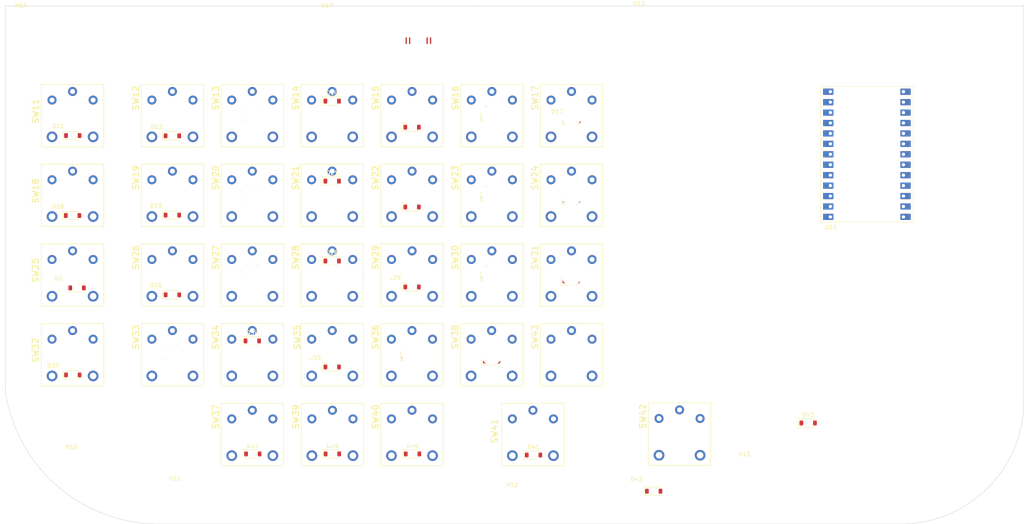
<source format=kicad_pcb>
(kicad_pcb (version 20240108) (generator "pcbnew") (generator_version "8.0")
  (layers (0 "F.Cu" signal) (31 "B.Cu" signal) (34 "B.Paste" user) (35 "F.Paste" user) (36 "B.SilkS" user "B.Silkscreen") (37 "F.SilkS" user "F.Silkscreen") (38 "B.Mask" user) (39 "F.Mask" user) (44 "Edge.Cuts" user))
  (net 0 "")
  (net 1 "/ROW_0")
  (net 2 "Net-(D11-A)")
  (net 3 "Net-(D12-A)")
  (net 4 "/ROW_1")
  (net 5 "Net-(D13-A)")
  (net 6 "Net-(D14-A)")
  (net 7 "Net-(D15-A)")
  (net 8 "Net-(D16-A)")
  (net 9 "Net-(D17-A)")
  (net 10 "Net-(D18-A)")
  (net 11 "/ROW_2")
  (net 12 "Net-(D19-A)")
  (net 13 "Net-(D20-A)")
  (net 14 "Net-(D21-A)")
  (net 15 "Net-(D22-A)")
  (net 16 "Net-(D23-A)")
  (net 17 "Net-(D24-A)")
  (net 18 "/ROW_3")
  (net 19 "Net-(D25-A)")
  (net 20 "/ROW_4")
  (net 21 "Net-(D26-A)")
  (net 22 "Net-(D27-A)")
  (net 23 "Net-(D28-A)")
  (net 24 "Net-(D29-A)")
  (net 25 "/COL_0")
  (net 26 "/COL_1")
  (net 27 "/COL_2")
  (net 28 "/COL_3")
  (net 29 "/COL_4")
  (net 30 "/COL_5")
  (net 31 "/ROW_5")
  (net 32 "GND")
  (net 33 "/COL_9")
  (net 34 "/COL_6")
  (net 35 "/COL_8")
  (net 36 "/COL_11")
  (net 37 "/COL_10")
  (net 38 "/COL_7")
  (net 39 "Net-(D30-A)")
  (net 40 "Net-(D31-A)")
  (net 41 "Net-(D32-A)")
  (net 42 "Net-(D33-A)")
  (net 43 "Net-(D34-A)")
  (net 44 "Net-(D35-A)")
  (net 45 "Net-(D36-A)")
  (net 46 "Net-(D37-A)")
  (net 47 "Net-(D38-A)")
  (net 48 "Net-(D39-A)")
  (net 49 "Net-(D40-A)")
  (net 50 "Net-(D41-A)")
  (net 51 "Net-(D42-A)")
  (net 52 "Net-(D43-A)")
  (net 53 "Net-(SW17-Pad1)")
  (footprint "Diode_SMD:D_SOD-123" (layer "F.Cu") (at 92.199639 134.986138)
    (property "Reference" "D20")
    (property "Value" "1N4148W")
  )
  (footprint "Kailh Keyboard Switches:SW_Kailh_Choc_V1V2_1.00u" (layer "F.Cu") (at 72.756679 115.4)
    (property "Reference" "SW12")
    (property "Value" "SW_Push")
  )
  (footprint "Kailh Keyboard Switches:SW_Kailh_Choc_V1V2_1.00u" (layer "F.Cu") (at 150.506642 154.2)
    (property "Reference" "SW30")
    (property "Value" "SW_Push")
  )
  (footprint "Diode_SMD:D_SOD-123" (layer "F.Cu") (at 72.756679 173.848321)
    (property "Reference" "D33")
    (property "Value" "1N4148W")
  )
  (footprint "Diode_SMD:D_SOD-123" (layer "F.Cu") (at 169.8 155.6)
    (property "Reference" "D31")
    (property "Value" "1N4148W")
  )
  (footprint "Diode_SMD:D_SOD-123" (layer "F.Cu") (at 111.643321 150.765321)
    (property "Reference" "D28")
    (property "Value" "1N4148W")
  )
  (footprint "Diode_SMD:D_SOD-123" (layer "F.Cu") (at 92.2 154.387)
    (property "Reference" "D27")
    (property "Value" "1N4148W")
  )
  (footprint "Diode_SMD:D_SOD-123" (layer "F.Cu") (at 111.643321 131.326)
    (property "Reference" "D21")
    (property "Value" "1N4148W")
  )
  (footprint "MountingHole:MountingHole_2.7mm_M2.5" (layer "F.Cu") (at 73.3 207.4)
    (property "Reference" "H11")
    (property "Value" "MountingHole")
  )
  (footprint "Diode_SMD:D_SOD-123" (layer "F.Cu") (at 131.093321 118.202679)
    (property "Reference" "D15")
    (property "Value" "1N4148W")
  )
  (footprint "Kailh Keyboard Switches:SW_Kailh_Choc_V1V2_1.00u" (layer "F.Cu") (at 169.9 154.2)
    (property "Reference" "SW31")
    (property "Value" "SW_Push")
  )
  (footprint "Diode_SMD:D_SOD-123" (layer "F.Cu") (at 131.2 197.726)
    (property "Reference" "D40")
    (property "Value" "1N4148W")
  )
  (footprint "Kailh Keyboard Switches:SW_Kailh_Choc_V1V2_1.00u" (layer "F.Cu") (at 131.063321 173.6)
    (property "Reference" "SW36")
    (property "Value" "SW_Push")
  )
  (footprint "Kailh Keyboard Switches:SW_Kailh_Choc_V1V2_1.00u" (layer "F.Cu") (at 169.9 134.8)
    (property "Reference" "SW24")
    (property "Value" "SW_Push")
  )
  (footprint "MountingHole:MountingHole_3.2mm_M3" (layer "F.Cu") (at 110.386679 92.786679)
    (property "Reference" "H17")
    (property "Value" "MountingHole")
  )
  (footprint "Kailh Keyboard Switches:SW_Kailh_Choc_V1V2_1.00u" (layer "F.Cu") (at 169.9 173.6)
    (property "Reference" "SW43")
    (property "Value" "SW_Push")
  )
  (footprint "Diode_SMD:D_SOD-123" (layer "F.Cu") (at 111.65 176.564642)
    (property "Reference" "D35")
    (property "Value" "1N4148W")
  )
  (footprint "Kailh Keyboard Switches:SW_Kailh_Choc_V1V2_1.00u" (layer "F.Cu") (at 169.9 115.4)
    (property "Reference" "SW17")
    (property "Value" "SW_Push")
  )
  (footprint "Diode_SMD:D_SOD-123" (layer "F.Cu") (at 160.655 198)
    (property "Reference" "D41")
    (property "Value" "1N4148W")
  )
  (footprint "Kailh Keyboard Switches:SW_Kailh_Choc_V1V2_1.00u" (layer "F.Cu") (at 72.756679 154.2)
    (property "Reference" "SW26")
    (property "Value" "SW_Push")
  )
  (footprint "Kailh Keyboard Switches:SW_Kailh_Choc_V1V2_1.50u" (layer "F.Cu") (at 48.456679 154.2)
    (property "Reference" "SW25")
    (property "Value" "SW_Push")
  )
  (footprint "Kailh Keyboard Switches:SW_Kailh_Choc_V1V2_1.00u" (layer "F.Cu") (at 150.506642 115.4)
    (property "Reference" "SW16")
    (property "Value" "SW_Push")
  )
  (footprint "Kailh Keyboard Switches:SW_Kailh_Choc_V1V2_2.00u" (layer "F.Cu") (at 160.5 193.000001)
    (property "Reference" "SW41")
    (property "Value" "SW_Push")
  )
  (footprint "Kailh Keyboard Switches:SW_Kailh_Choc_V1V2_1.00u" (layer "F.Cu") (at 111.643321 134.8)
    (property "Reference" "SW21")
    (property "Value" "SW_Push")
  )
  (footprint "Diode_SMD:D_SOD-123" (layer "F.Cu") (at 150.456679 175.1)
    (property "Reference" "D38")
    (property "Value" "1N4148W")
  )
  (footprint "Diode_SMD:D_SOD-123" (layer "F.Cu") (at 227.5 190.2)
    (property "Reference" "D43")
    (property "Value" "1N4148W")
  )
  (footprint "Kailh Keyboard Switches:SW_Kailh_Choc_V1V2_1.50u" (layer "F.Cu") (at 48.456679 115.4)
    (property "Reference" "SW11")
    (property "Value" "SW_Push")
  )
  (footprint "Diode_SMD:D_SOD-123" (layer "F.Cu") (at 170 116.6)
    (property "Reference" "D17")
    (property "Value" "1N4148W")
  )
  (footprint "Kailh Keyboard Switches:SW_Kailh_Choc_V1V2_1.00u" (layer "F.Cu") (at 131.093321 134.8)
    (property "Reference" "SW22")
    (property "Value" "SW_Push")
  )
  (footprint "MountingHole:MountingHole_3.2mm_M3" (layer "F.Cu") (at 155.436679 209.486679)
    (property "Reference" "H12")
    (property "Value" "MountingHole")
  )
  (footprint "Diode_SMD:D_SOD-123" (layer "F.Cu") (at 92.2 170.216642)
    (property "Reference" "D34")
    (property "Value" "1N4148W")
  )
  (footprint "Kailh Keyboard Switches:SW_Kailh_Choc_V1V2_1.00u" (layer "F.Cu") (at 92.2 173.6)
    (property "Reference" "SW34")
    (property "Value" "SW_Push")
  )
  (footprint "Diode_SMD:D_SOD-123" (layer "F.Cu") (at 48.506679 120.234679)
    (property "Reference" "D11")
    (property "Value" "1N4148W")
  )
  (footprint "Adafruit_KB2040:KB2040" (layer "F.Cu") (at 241.8 124.8)
    (property "Reference" "U11")
    (property "Value" "~")
  )
  (footprint "Diode_SMD:D_SOD-123" (layer "F.Cu") (at 72.75 120.3)
    (property "Reference" "D12")
    (property "Value" "1N4148W")
  )
  (footprint "MountingHole:MountingHole_3.2mm_M3" (layer "F.Cu") (at 212 202)
    (property "Reference" "H15")
    (property "Value" "MountingHole")
  )
  (footprint "Diode_SMD:D_SOD-123" (layer "F.Cu") (at 150.143321 135.126)
    (property "Reference" "D23")
    (property "Value" "1N4148W")
  )
  (footprint "Kailh Keyboard Switches:SW_Kailh_Choc_V1V2_1.00u" (layer "F.Cu") (at 92.2 134.8)
    (property "Reference" "SW20")
    (property "Value" "SW_Push")
  )
  (footprint "MountingHole:MountingHole_3.2mm_M3" (layer "F.Cu") (at 35.936679 92.786679)
    (property "Reference" "H14")
    (property "Value" "MountingHole")
  )
  (footprint "Kailh Keyboard Switches:SW_Kailh_Choc_V1V2_1.00u" (layer "F.Cu") (at 111.643321 115.4)
    (property "Reference" "SW14")
    (property "Value" "SW_Push")
  )
  (footprint "Diode_SMD:D_SOD-123" (layer "F.Cu") (at 48.456679 139.7)
    (property "Reference" "D18")
    (property "Value" "1N4148W")
  )
  (footprint "Diode_SMD:D_SOD-123" (layer "F.Cu") (at 189.9 206.8)
    (property "Reference" "D42")
    (property "Value" "1N4148W")
  )
  (footprint "Diode_SMD:D_SOD-123" (layer "F.Cu") (at 48.506679 178.5)
    (property "Reference" "D32")
    (property "Value" "1N4148W")
  )
  (footprint "Diode_SMD:D_SOD-123" (layer "F.Cu") (at 72.756679 159)
    (property "Reference" "D26")
    (property "Value" "1N4148W")
  )
  (footprint "Kailh Keyboard Switches:SW_Kailh_Choc_V1V2_1.50u" (layer "F.Cu") (at 48.456679 134.8)
    (property "Reference" "SW18")
    (property "Value" "SW_Push")
  )
  (footprint "Diode_SMD:D_SOD-123" (layer "F.Cu") (at 130.7 174.024642)
    (property "Reference" "D36")
    (property "Value" "1N4148W")
  )
  (footprint "Diode_SMD:D_SOD-123" (layer "F.Cu") (at 150.143321 115.662679)
    (property "Reference" "D16")
    (property "Value" "1N4148W")
  )
  (footprint "MountingHole:MountingHole_3.2mm_M3" (layer "F.Cu") (at 48.236679 200.236679)
    (property "Reference" "H16")
    (property "Value" "MountingHole")
  )
  (footprint "Kailh Keyboard Switches:SW_Kailh_Choc_V1V2_1.00u" (layer "F.Cu") (at 131.093321 154.2)
    (property "Reference" "SW29")
    (property "Value" "SW_Push")
  )
  (footprint "Diode_SMD:D_SOD-123" (layer "F.Cu") (at 111.643321 111.852679)
    (property "Reference" "D14")
    (property "Value" "1N4148W")
  )
  (footprint "Kailh Keyboard Switches:SW_Kailh_Choc_V1V2_1.00u" (layer "F.Cu") (at 150.456679 173.6)
    (property "Reference" "SW38")
    (property "Value" "SW_Push")
  )
  (footprint "Kailh Keyboard Switches:SW_Kailh_Choc_V1V2_1.50u" (layer "F.Cu") (at 48.456679 173.6)
    (property "Reference" "SW32")
    (property "Value" "SW_Push")
  )
  (footprint "Kailh Keyboard Switches:SW_Kailh_Choc_V1V2_1.00u" (layer "F.Cu") (at 92.2 193)
    (property "Reference" "SW37")
    (property "Value" "SW_Push")
  )
  (footprint "Diode_SMD:D_SOD-123" (layer "F.Cu") (at 72.75 139.6)
    (property "Reference" "D19")
    (property "Value" "1N4148W")
  )
  (footprint "Diode_SMD:D_SOD-123" (layer "F.Cu") (at 49.541358 157.318679)
    (property "Reference" "D25")
    (property "Value" "1N4148W")
  )
  (footprint "Diode_SMD:D_SOD-123" (layer "F.Cu") (at 111.7 197.726)
    (property "Reference" "D39")
    (property "Value" "1N4148W")
  )
  (footprint "Diode_SMD:D_SOD-123" (layer "F.Cu") (at 131.093321 137.626)
    (property "Reference" "D22")
    (property "Value" "1N4148W")
  )
  (footprint "Kailh Keyboard Switches:SW_Kailh_Choc_V1V2_1.00u" (layer "F.Cu") (at 196.2 192.900001)
    (property "Reference" "SW42")
    (property "Value" "SW_Push")
  )
  (footprint "Diode_SMD:D_SOD-123" (layer "F.Cu") (at 92.327 197.726)
    (property "Reference" "D37")
    (property "Value" "1N4148W")
  )
  (footprint "Kailh Keyboard Switches:SW_Kailh_Choc_V1V2_1.00u" (layer "F.Cu") (at 131.093321 115.4)
    (property "Reference" "SW15")
    (property "Value" "SW_Push")
  )
  (footprint "Diode_SMD:D_SOD-123" (layer "F.Cu") (at 131.093321 157.089321)
    (property "Reference" "D29")
    (property "Value" "1N4148W")
  )
  (footprint "Kailh Keyboard Switches:SW_Kailh_Choc_V1V2_1.00u" (layer "F.Cu") (at 92.2 115.4)
    (property "Reference" "SW13")
    (property "Value" "SW_Push")
  )
  (footprint "Kailh Keyboard Switches:SW_Kailh_Choc_V1V2_1.00u" (layer "F.Cu") (at 111.7 193)
    (property "Reference" "SW39")
    (property "Value" "SW_Push")
  )
  (footprint "Kailh Keyboard Switches:SW_Kailh_Choc_V1V2_1.00u" (layer "F.Cu") (at 111.656679 173.6)
    (property "Reference" "SW35")
    (property "Value" "SW_Push")
  )
  (footprint "Kailh Keyboard Switches:SW_Kailh_Choc_V1V2_1.00u" (layer "F.Cu") (at 92.2 154.2)
    (property "Reference" "SW27")
    (property "Value" "SW_Push")
  )
  (footprint "MountingHole:MountingHole_3.2mm_M3" (layer "F.Cu") (at 186.286679 92.286679)
    (property "Reference" "H13")
    (property "Value" "MountingHole")
  )
  (footprint "Kailh Keyboard Switches:SW_Kailh_Choc_V1V2_1.00u" (layer "F.Cu") (at 72.756679 134.8)
    (property "Reference" "SW19")
    (property "Value" "SW_Push")
  )
  (footprint "Diode_SMD:D_SOD-123" (layer "F.Cu") (at 169.9 136)
    (property "Reference" "D24")
    (property "Value" "1N4148W")
  )
  (footprint "Diode_SMD:D_SOD-123" (layer "F.Cu") (at 150.143321 154.555321)
    (property "Reference" "D30")
    (property "Value" "1N4148W")
  )
  (footprint "Kailh Keyboard Switches:SW_Kailh_Choc_V1V2_1.00u" (layer "F.Cu") (at 150.506642 134.8)
    (property "Reference" "SW23")
    (property "Value" "SW_Push")
  )
  (footprint "Diode_SMD:D_SOD-123" (layer "F.Cu") (at 92.2 115.662679)
    (property "Reference" "D13")
    (property "Value" "1N4148W")
  )
  (footprint "Kailh Keyboard Switches:SW_Kailh_Choc_V1V2_1.00u" (layer "F.Cu") (at 72.756679 173.6)
    (property "Reference" "SW33")
    (property "Value" "SW_Push")
  )
  (footprint "Kailh Keyboard Switches:SW_Kailh_Choc_V1V2_1.00u" (layer "F.Cu") (at 111.643321 154.2)
    (property "Reference" "SW28")
    (property "Value" "SW_Push")
  )
  (footprint "Kailh Keyboard Switches:SW_Kailh_Choc_V1V2_1.00u" (layer "F.Cu") (at 131.073 193)
    (property "Reference" "SW40")
    (property "Value" "SW_Push")
  )
  (gr_line (start 249.9 214.786845) (end 69.53 214.786845) (stroke (width 0.1)) (layer "Edge.Cuts"))
  (gr_line (start 32.086679 182.486679) (end 32.086679 88.686679) (stroke (width 0.1)) (layer "Edge.Cuts"))
  (gr_arc (start 69.536679 214.786679) (mid 44.809203 205.596207) (end 32.086679 182.486679) (stroke (width 0.1)) (layer "Edge.Cuts"))
  (gr_line (start 280 88.686679) (end 280 184.786679) (stroke (width 0.1)) (layer "Edge.Cuts"))
  (gr_line (start 32.086679 88.686679) (end 146.586679 88.686679) (stroke (width 0.1)) (layer "Edge.Cuts"))
  (gr_arc (start 280 184.786679) (mid 271.213155 206) (end 249.999834 214.786845) (stroke (width 0.1)) (layer "Edge.Cuts"))
  (gr_line (start 146.586679 88.686679) (end 280 88.686679) (stroke (width 0.1)) (layer "Edge.Cuts"))
  (segment (start 129.648321 96.461679) (end 129.648321 97.811679) (width 0.3) (layer "F.Cu") (net 0))
  (segment (start 134.748321 96.461679) (end 134.748321 97.811679) (width 0.3) (layer "F.Cu") (net 0))
  (segment (start 135.598321 96.461679) (end 135.598321 97.811679) (width 0.3) (layer "F.Cu") (net 0))
  (segment (start 130.498321 96.461679) (end 130.498321 97.811679) (width 0.3) (layer "F.Cu") (net 0))
)
</source>
